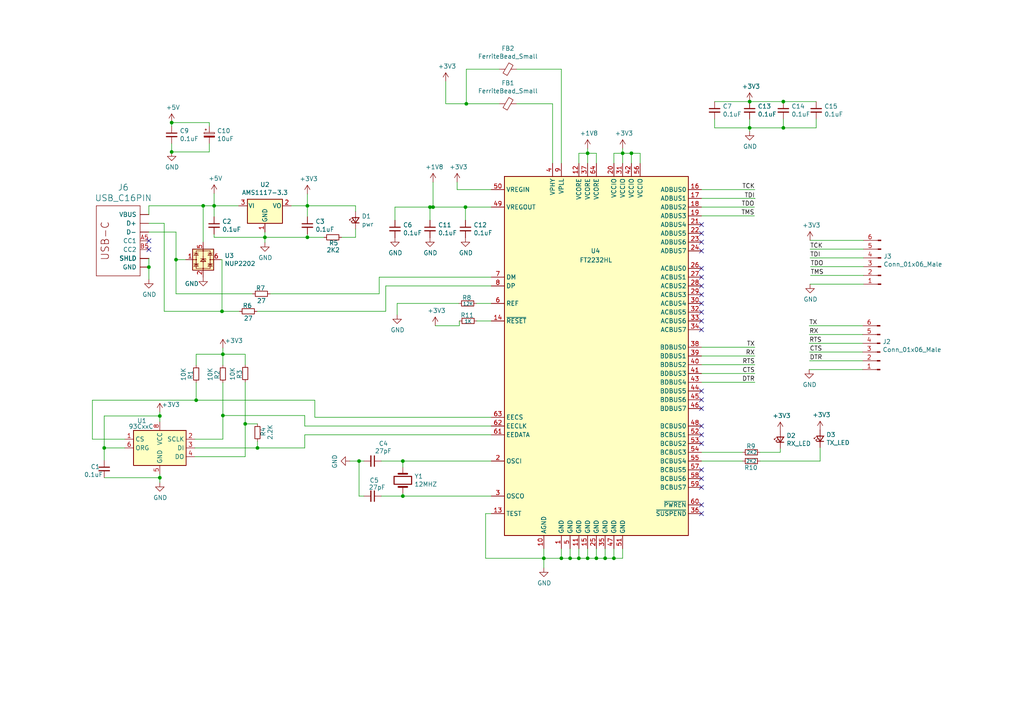
<source format=kicad_sch>
(kicad_sch (version 20211123) (generator eeschema)
  (paper "A4")
  (lib_symbols
    (symbol "Connector:Conn_01x06_Male" (pin_names (offset 1.016) hide)
      (property "Reference" "J" (at 0 7.62 0))
      (property "Value" "Conn_01x06_Male" (at 0 -10.16 0))
      (symbol "Conn_01x06_Male_1_1"
        (polyline (pts (xy 1.27 -7.62) (xy 0.8636 -7.62)) (stroke (width 0.1524)))
        (polyline (pts (xy 1.27 -5.08) (xy 0.8636 -5.08)) (stroke (width 0.1524)))
        (polyline (pts (xy 1.27 -2.54) (xy 0.8636 -2.54)) (stroke (width 0.1524)))
        (polyline (pts (xy 1.27 0) (xy 0.8636 0)) (stroke (width 0.1524)))
        (polyline (pts (xy 1.27 2.54) (xy 0.8636 2.54)) (stroke (width 0.1524)))
        (polyline (pts (xy 1.27 5.08) (xy 0.8636 5.08)) (stroke (width 0.1524)))
        (rectangle (start 0.8636 -7.493) (end 0 -7.747) (stroke (width 0.1524)) (fill (type outline)))
        (rectangle (start 0.8636 -4.953) (end 0 -5.207) (stroke (width 0.1524)) (fill (type outline)))
        (rectangle (start 0.8636 -2.413) (end 0 -2.667) (stroke (width 0.1524)) (fill (type outline)))
        (rectangle (start 0.8636 0.127) (end 0 -0.127) (stroke (width 0.1524)) (fill (type outline)))
        (rectangle (start 0.8636 2.667) (end 0 2.413) (stroke (width 0.1524)) (fill (type outline)))
        (rectangle (start 0.8636 5.207) (end 0 4.953) (stroke (width 0.1524)) (fill (type outline)))
        (pin passive line (at 5.08 5.08 180) (length 3.81) (name "Pin_1") (number "1"))
        (pin passive line (at 5.08 2.54 180) (length 3.81) (name "Pin_2") (number "2"))
        (pin passive line (at 5.08 0 180) (length 3.81) (name "Pin_3") (number "3"))
        (pin passive line (at 5.08 -2.54 180) (length 3.81) (name "Pin_4") (number "4"))
        (pin passive line (at 5.08 -5.08 180) (length 3.81) (name "Pin_5") (number "5"))
        (pin passive line (at 5.08 -7.62 180) (length 3.81) (name "Pin_6") (number "6"))
      )
    )
    (symbol "Device:C_Polarized_Small" (pin_numbers hide) (pin_names (offset 0.254) hide)
      (property "Reference" "C" (at 0.254 1.778 0))
      (property "Value" "C_Polarized_Small" (at 0.254 -2.032 0))
      (symbol "C_Polarized_Small_0_1"
        (rectangle (start -1.524 -0.3048) (end 1.524 -0.6858) (fill (type outline)))
        (rectangle (start -1.524 0.6858) (end 1.524 0.3048))
        (polyline (pts (xy -1.27 1.524) (xy -0.762 1.524)))
        (polyline (pts (xy -1.016 1.27) (xy -1.016 1.778)))
      )
      (symbol "C_Polarized_Small_1_1"
        (pin passive line (at 0 2.54 270) (length 1.8542) (name "~") (number "1"))
        (pin passive line (at 0 -2.54 90) (length 1.8542) (name "~") (number "2"))
      )
    )
    (symbol "Device:C_Small" (pin_numbers hide) (pin_names (offset 0.254) hide)
      (property "Reference" "C" (at 0.254 1.778 0))
      (property "Value" "C_Small" (at 0.254 -2.032 0))
      (symbol "C_Small_0_1"
        (polyline (pts (xy -1.524 -0.508) (xy 1.524 -0.508)) (stroke (width 0.3302)))
        (polyline (pts (xy -1.524 0.508) (xy 1.524 0.508)) (stroke (width 0.3048)))
      )
      (symbol "C_Small_1_1"
        (pin passive line (at 0 2.54 270) (length 2.032) (name "~") (number "1"))
        (pin passive line (at 0 -2.54 90) (length 2.032) (name "~") (number "2"))
      )
    )
    (symbol "Device:Crystal" (pin_numbers hide) (pin_names (offset 1.016) hide)
      (property "Reference" "Y" (at 0 3.81 0))
      (property "Value" "Crystal" (at 0 -3.81 0))
      (symbol "Crystal_0_1"
        (rectangle (start -1.143 2.54) (end 1.143 -2.54) (stroke (width 0.3048)))
        (polyline (pts (xy -2.54 0) (xy -1.905 0)))
        (polyline (pts (xy -1.905 -1.27) (xy -1.905 1.27)) (stroke (width 0.508)))
        (polyline (pts (xy 1.905 -1.27) (xy 1.905 1.27)) (stroke (width 0.508)))
        (polyline (pts (xy 2.54 0) (xy 1.905 0)))
      )
      (symbol "Crystal_1_1"
        (pin passive line (at -3.81 0 0) (length 1.27) (name "1") (number "1"))
        (pin passive line (at 3.81 0 180) (length 1.27) (name "2") (number "2"))
      )
    )
    (symbol "Device:FerriteBead_Small" (pin_numbers hide) (pin_names (offset 0))
      (property "Reference" "FB" (at 1.905 1.27 0))
      (property "Value" "FerriteBead_Small" (at 1.905 -1.27 0))
      (symbol "FerriteBead_Small_0_1"
        (polyline (pts (xy 0 -1.27) (xy 0 -0.7874)))
        (polyline (pts (xy 0 0.889) (xy 0 1.2954)))
        (polyline (pts (xy -1.8288 0.2794) (xy -1.1176 1.4986) (xy 1.8288 -0.2032) (xy 1.1176 -1.4224) (xy -1.8288 0.2794)))
      )
      (symbol "FerriteBead_Small_1_1"
        (pin passive line (at 0 2.54 270) (length 1.27) (name "~") (number "1"))
        (pin passive line (at 0 -2.54 90) (length 1.27) (name "~") (number "2"))
      )
    )
    (symbol "Device:LED_Small" (pin_numbers hide) (pin_names (offset 0.254) hide)
      (property "Reference" "D" (at -1.27 3.175 0))
      (property "Value" "LED_Small" (at -4.445 -2.54 0))
      (symbol "LED_Small_0_1"
        (polyline (pts (xy -0.762 -1.016) (xy -0.762 1.016)) (stroke (width 0.254)))
        (polyline (pts (xy 1.016 0) (xy -0.762 0)))
        (polyline (pts (xy 0.762 -1.016) (xy -0.762 0) (xy 0.762 1.016) (xy 0.762 -1.016)) (stroke (width 0.254)))
        (polyline (pts (xy 0 0.762) (xy -0.508 1.27) (xy -0.254 1.27) (xy -0.508 1.27) (xy -0.508 1.016)))
        (polyline (pts (xy 0.508 1.27) (xy 0 1.778) (xy 0.254 1.778) (xy 0 1.778) (xy 0 1.524)))
      )
      (symbol "LED_Small_1_1"
        (pin passive line (at -2.54 0 0) (length 1.778) (name "K") (number "1"))
        (pin passive line (at 2.54 0 180) (length 1.778) (name "A") (number "2"))
      )
    )
    (symbol "Device:R_Small" (pin_numbers hide) (pin_names (offset 0.254) hide)
      (property "Reference" "R" (at 0.762 0.508 0))
      (property "Value" "R_Small" (at 0.762 -1.016 0))
      (symbol "R_Small_0_1"
        (rectangle (start -0.762 1.778) (end 0.762 -1.778) (stroke (width 0.2032)))
      )
      (symbol "R_Small_1_1"
        (pin passive line (at 0 2.54 270) (length 0.762) (name "~") (number "1"))
        (pin passive line (at 0 -2.54 90) (length 0.762) (name "~") (number "2"))
      )
    )
    (symbol "Interface_USB:FT2232HL"
      (property "Reference" "U" (at -26.67 53.34 0))
      (property "Value" "FT2232HL" (at 19.05 53.34 0))
      (symbol "FT2232HL_0_1"
        (rectangle (start -26.67 -52.07) (end 26.67 52.07) (stroke (width 0.254)) (fill (type background)))
      )
      (symbol "FT2232HL_1_1"
        (pin power_in line (at -10.16 -55.88 90) (length 3.81) (name "GND") (number "1"))
        (pin power_in line (at -15.24 -55.88 90) (length 3.81) (name "AGND") (number "10"))
        (pin power_in line (at -5.08 -55.88 90) (length 3.81) (name "GND") (number "11"))
        (pin power_in line (at -5.08 55.88 270) (length 3.81) (name "VCORE") (number "12"))
        (pin input line (at -30.48 -45.72 0) (length 3.81) (name "TEST") (number "13"))
        (pin input line (at -30.48 10.16 0) (length 3.81) (name "~{RESET}") (number "14"))
        (pin power_in line (at -2.54 -55.88 90) (length 3.81) (name "GND") (number "15"))
        (pin bidirectional line (at 30.48 48.26 180) (length 3.81) (name "ADBUS0") (number "16"))
        (pin bidirectional line (at 30.48 45.72 180) (length 3.81) (name "ADBUS1") (number "17"))
        (pin bidirectional line (at 30.48 43.18 180) (length 3.81) (name "ADBUS2") (number "18"))
        (pin bidirectional line (at 30.48 40.64 180) (length 3.81) (name "ADBUS3") (number "19"))
        (pin input line (at -30.48 -30.48 0) (length 3.81) (name "OSCI") (number "2"))
        (pin power_in line (at 5.08 55.88 270) (length 3.81) (name "VCCIO") (number "20"))
        (pin bidirectional line (at 30.48 38.1 180) (length 3.81) (name "ADBUS4") (number "21"))
        (pin bidirectional line (at 30.48 35.56 180) (length 3.81) (name "ADBUS5") (number "22"))
        (pin bidirectional line (at 30.48 33.02 180) (length 3.81) (name "ADBUS6") (number "23"))
        (pin bidirectional line (at 30.48 30.48 180) (length 3.81) (name "ADBUS7") (number "24"))
        (pin power_in line (at 0 -55.88 90) (length 3.81) (name "GND") (number "25"))
        (pin bidirectional line (at 30.48 25.4 180) (length 3.81) (name "ACBUS0") (number "26"))
        (pin bidirectional line (at 30.48 22.86 180) (length 3.81) (name "ACBUS1") (number "27"))
        (pin bidirectional line (at 30.48 20.32 180) (length 3.81) (name "ACBUS2") (number "28"))
        (pin bidirectional line (at 30.48 17.78 180) (length 3.81) (name "ACBUS3") (number "29"))
        (pin output line (at -30.48 -40.64 0) (length 3.81) (name "OSCO") (number "3"))
        (pin bidirectional line (at 30.48 15.24 180) (length 3.81) (name "ACBUS4") (number "30"))
        (pin power_in line (at 7.62 55.88 270) (length 3.81) (name "VCCIO") (number "31"))
        (pin bidirectional line (at 30.48 12.7 180) (length 3.81) (name "ACBUS5") (number "32"))
        (pin bidirectional line (at 30.48 10.16 180) (length 3.81) (name "ACBUS6") (number "33"))
        (pin bidirectional line (at 30.48 7.62 180) (length 3.81) (name "ACBUS7") (number "34"))
        (pin power_in line (at 2.54 -55.88 90) (length 3.81) (name "GND") (number "35"))
        (pin output line (at 30.48 -45.72 180) (length 3.81) (name "~{SUSPEND}") (number "36"))
        (pin power_in line (at -2.54 55.88 270) (length 3.81) (name "VCORE") (number "37"))
        (pin bidirectional line (at 30.48 2.54 180) (length 3.81) (name "BDBUS0") (number "38"))
        (pin bidirectional line (at 30.48 0 180) (length 3.81) (name "BDBUS1") (number "39"))
        (pin power_in line (at -12.7 55.88 270) (length 3.81) (name "VPHY") (number "4"))
        (pin bidirectional line (at 30.48 -2.54 180) (length 3.81) (name "BDBUS2") (number "40"))
        (pin bidirectional line (at 30.48 -5.08 180) (length 3.81) (name "BDBUS3") (number "41"))
        (pin power_in line (at 10.16 55.88 270) (length 3.81) (name "VCCIO") (number "42"))
        (pin bidirectional line (at 30.48 -7.62 180) (length 3.81) (name "BDBUS4") (number "43"))
        (pin bidirectional line (at 30.48 -10.16 180) (length 3.81) (name "BDBUS5") (number "44"))
        (pin bidirectional line (at 30.48 -12.7 180) (length 3.81) (name "BDBUS6") (number "45"))
        (pin bidirectional line (at 30.48 -15.24 180) (length 3.81) (name "BDBUS7") (number "46"))
        (pin power_in line (at 5.08 -55.88 90) (length 3.81) (name "GND") (number "47"))
        (pin bidirectional line (at 30.48 -20.32 180) (length 3.81) (name "BCBUS0") (number "48"))
        (pin power_out line (at -30.48 43.18 0) (length 3.81) (name "VREGOUT") (number "49"))
        (pin power_in line (at -7.62 -55.88 90) (length 3.81) (name "GND") (number "5"))
        (pin power_in line (at -30.48 48.26 0) (length 3.81) (name "VREGIN") (number "50"))
        (pin power_in line (at 7.62 -55.88 90) (length 3.81) (name "GND") (number "51"))
        (pin bidirectional line (at 30.48 -22.86 180) (length 3.81) (name "BCBUS1") (number "52"))
        (pin bidirectional line (at 30.48 -25.4 180) (length 3.81) (name "BCBUS2") (number "53"))
        (pin bidirectional line (at 30.48 -27.94 180) (length 3.81) (name "BCBUS3") (number "54"))
        (pin bidirectional line (at 30.48 -30.48 180) (length 3.81) (name "BCBUS4") (number "55"))
        (pin power_in line (at 12.7 55.88 270) (length 3.81) (name "VCCIO") (number "56"))
        (pin bidirectional line (at 30.48 -33.02 180) (length 3.81) (name "BCBUS5") (number "57"))
        (pin bidirectional line (at 30.48 -35.56 180) (length 3.81) (name "BCBUS6") (number "58"))
        (pin bidirectional line (at 30.48 -38.1 180) (length 3.81) (name "BCBUS7") (number "59"))
        (pin output line (at -30.48 15.24 0) (length 3.81) (name "REF") (number "6"))
        (pin output line (at 30.48 -43.18 180) (length 3.81) (name "~{PWREN}") (number "60"))
        (pin bidirectional line (at -30.48 -22.86 0) (length 3.81) (name "EEDATA") (number "61"))
        (pin output line (at -30.48 -20.32 0) (length 3.81) (name "EECLK") (number "62"))
        (pin output line (at -30.48 -17.78 0) (length 3.81) (name "EECS") (number "63"))
        (pin power_in line (at 0 55.88 270) (length 3.81) (name "VCORE") (number "64"))
        (pin bidirectional line (at -30.48 22.86 0) (length 3.81) (name "DM") (number "7"))
        (pin bidirectional line (at -30.48 20.32 0) (length 3.81) (name "DP") (number "8"))
        (pin input line (at -10.16 55.88 270) (length 3.81) (name "VPLL") (number "9"))
      )
    )
    (symbol "JTAG_HW-rescue:+3.3V-power" (power) (pin_names (offset 0))
      (property "Value" "+3.3V-power" (at 0 3.556 0))
      (symbol "+3.3V-power_0_1"
        (polyline (pts (xy -0.762 1.27) (xy 0 2.54)))
        (polyline (pts (xy 0 0) (xy 0 2.54)))
        (polyline (pts (xy 0 2.54) (xy 0.762 1.27)))
      )
      (symbol "+3.3V-power_1_1"
        (pin power_in line (at 0 0 90) (length 0) hide (name "+3V3") (number "1"))
      )
    )
    (symbol "Memory_EEPROM:93CxxC"
      (property "Reference" "U" (at -7.62 6.35 0))
      (property "Value" "93CxxC" (at 2.54 -6.35 0))
      (symbol "93CxxC_1_1"
        (rectangle (start -7.62 5.08) (end 7.62 -5.08) (stroke (width 0.254)) (fill (type background)))
        (pin input line (at -10.16 2.54 0) (length 2.54) (name "CS") (number "1"))
        (pin input line (at 10.16 2.54 180) (length 2.54) (name "SCLK") (number "2"))
        (pin input line (at 10.16 0 180) (length 2.54) (name "DI") (number "3"))
        (pin tri_state line (at 10.16 -2.54 180) (length 2.54) (name "DO") (number "4"))
        (pin power_in line (at 0 -7.62 90) (length 2.54) (name "GND") (number "5"))
        (pin input line (at -10.16 0 0) (length 2.54) (name "ORG") (number "6"))
        (pin no_connect line (at -7.62 -2.54 0) (length 2.54) hide (name "NC") (number "7"))
        (pin power_in line (at 0 7.62 270) (length 2.54) (name "VCC") (number "8"))
      )
    )
    (symbol "Power_Protection:NUP2202"
      (property "Reference" "U" (at -5.334 -2.54 0))
      (property "Value" "NUP2202" (at 6.35 1.27 90))
      (symbol "NUP2202_0_1"
        (rectangle (start -3.048 3.048) (end 3.048 -3.048) (stroke (width 0.254)) (fill (type background)))
        (circle (center -2.032 0) (radius 0.127))
        (circle (center -2.032 0) (radius 0.127))
        (circle (center 0 -2.54) (radius 0.127))
        (polyline (pts (xy -2.667 -1.27) (xy -1.397 -1.27)))
        (polyline (pts (xy -2.667 -1.27) (xy -1.397 -1.27)))
        (polyline (pts (xy -2.667 1.905) (xy -1.397 1.905)))
        (polyline (pts (xy -2.54 0) (xy -2.032 0)))
        (polyline (pts (xy -2.032 -2.54) (xy -2.032 -0.635)))
        (polyline (pts (xy -2.032 -2.54) (xy -2.032 -0.635)))
        (polyline (pts (xy -2.032 0.635) (xy -2.032 -0.635)))
        (polyline (pts (xy -2.032 0.635) (xy -2.032 2.54)))
        (polyline (pts (xy -2.032 2.54) (xy 2.032 2.54)))
        (polyline (pts (xy -0.762 0.254) (xy 0.762 0.254)))
        (polyline (pts (xy 0 -0.889) (xy 0 -2.54)))
        (polyline (pts (xy 0 -0.889) (xy 0 1.016)))
        (polyline (pts (xy 0 -0.889) (xy 0 1.016)))
        (polyline (pts (xy 0 1.016) (xy 0 3.81)))
        (polyline (pts (xy 0.762 0) (xy 0.762 0.254)))
        (polyline (pts (xy 1.397 -1.27) (xy 2.667 -1.27)))
        (polyline (pts (xy 1.397 -1.27) (xy 2.667 -1.27)))
        (polyline (pts (xy 1.397 1.905) (xy 2.667 1.905)))
        (polyline (pts (xy 2.032 -2.54) (xy -2.032 -2.54)))
        (polyline (pts (xy 2.032 -2.54) (xy 2.032 -0.635)))
        (polyline (pts (xy 2.032 -2.54) (xy 2.032 -0.635)))
        (polyline (pts (xy 2.032 0) (xy 2.54 0)))
        (polyline (pts (xy 2.032 0.635) (xy 2.032 -0.635)))
        (polyline (pts (xy 2.032 0.635) (xy 2.032 2.54)))
        (polyline (pts (xy -2.667 -1.905) (xy -1.397 -1.905) (xy -2.032 -1.27) (xy -2.667 -1.905)))
        (polyline (pts (xy -2.667 1.27) (xy -1.397 1.27) (xy -2.032 1.905) (xy -2.667 1.27)))
        (polyline (pts (xy -0.762 -0.508) (xy 0.762 -0.508) (xy 0 0.254) (xy -0.762 -0.508)))
        (polyline (pts (xy -0.762 -0.508) (xy 0.762 -0.508) (xy 0 0.254) (xy -0.762 -0.508)))
        (polyline (pts (xy 1.397 -1.905) (xy 2.667 -1.905) (xy 2.032 -1.27) (xy 1.397 -1.905)))
        (polyline (pts (xy 1.397 1.27) (xy 2.667 1.27) (xy 2.032 1.905) (xy 1.397 1.27)))
        (circle (center 0 2.54) (radius 0.127))
        (circle (center 2.032 0) (radius 0.127))
        (circle (center 2.032 0) (radius 0.127))
      )
      (symbol "NUP2202_1_1"
        (pin passive line (at -5.08 0 0) (length 2.54) (name "~") (number "1"))
        (pin passive line (at 0 -5.08 90) (length 2.54) (name "~") (number "2"))
        (pin no_connect line (at 0 -2.54 90) (length 2.54) hide (name "~") (number "3"))
        (pin no_connect line (at 0 2.54 270) (length 2.54) hide (name "~") (number "4"))
        (pin passive line (at 0 5.08 270) (length 2.54) (name "~") (number "5"))
        (pin passive line (at 5.08 0 180) (length 2.54) (name "~") (number "6"))
      )
    )
    (symbol "Regulator_Linear:AMS1117-3.3" (pin_names (offset 0.254))
      (property "Reference" "U" (at -3.81 3.175 0))
      (property "Value" "AMS1117-3.3" (at 0 3.175 0))
      (symbol "AMS1117-3.3_0_1"
        (rectangle (start -5.08 -5.08) (end 5.08 1.905) (stroke (width 0.254)) (fill (type background)))
      )
      (symbol "AMS1117-3.3_1_1"
        (pin power_in line (at 0 -7.62 90) (length 2.54) (name "GND") (number "1"))
        (pin power_out line (at 7.62 0 180) (length 2.54) (name "VO") (number "2"))
        (pin power_in line (at -7.62 0 0) (length 2.54) (name "VI") (number "3"))
      )
    )
    (symbol "power:+1V8" (power) (pin_names (offset 0))
      (property "Value" "+1V8" (at 0 3.556 0))
      (symbol "+1V8_0_1"
        (polyline (pts (xy -0.762 1.27) (xy 0 2.54)))
        (polyline (pts (xy 0 0) (xy 0 2.54)))
        (polyline (pts (xy 0 2.54) (xy 0.762 1.27)))
      )
      (symbol "+1V8_1_1"
        (pin power_in line (at 0 0 90) (length 0) hide (name "+1V8") (number "1"))
      )
    )
    (symbol "power:+5V" (power) (pin_names (offset 0))
      (property "Value" "+5V" (at 0 3.556 0))
      (symbol "+5V_0_1"
        (polyline (pts (xy -0.762 1.27) (xy 0 2.54)))
        (polyline (pts (xy 0 0) (xy 0 2.54)))
        (polyline (pts (xy 0 2.54) (xy 0.762 1.27)))
      )
      (symbol "+5V_1_1"
        (pin power_in line (at 0 0 90) (length 0) hide (name "+5V") (number "1"))
      )
    )
    (symbol "power:GND" (power) (pin_names (offset 0))
      (property "Value" "GND" (at 0 -3.81 0))
      (symbol "GND_0_1"
        (polyline (pts (xy 0 0) (xy 0 -1.27) (xy 1.27 -1.27) (xy 0 -2.54) (xy -1.27 -1.27) (xy 0 -1.27)))
      )
      (symbol "GND_1_1"
        (pin power_in line (at 0 0 270) (length 0) hide (name "GND") (number "1"))
      )
    )
    (symbol "usb_c16pin:USB_C16PIN" (pin_names (offset 1.016))
      (property "Reference" "J" (at -2.54 10.414 0))
      (property "Value" "USB_C16PIN" (at -2.54 -12.446 0))
      (symbol "USB_C16PIN_1_0"
        (polyline (pts (xy -2.54 -10.16) (xy -2.54 10.16)))
        (polyline (pts (xy -2.54 -10.16) (xy 10.16 -10.16)))
        (polyline (pts (xy 10.16 -10.16) (xy 10.16 10.16)))
        (polyline (pts (xy 10.16 10.16) (xy -2.54 10.16)))
        (text "USB-C" (at 0 0 900) (effects (font (size 2.159 2.159))))
        (pin unspecified line (at 12.7 0 180) (length 2.54) (name "CC1") (number "A5"))
        (pin unspecified line (at 12.7 5.08 180) (length 2.54) (name "D+") (number "A6"))
        (pin unspecified line (at 12.7 2.54 180) (length 2.54) (name "D-") (number "A7"))
        (pin unspecified line (at 12.7 -2.54 180) (length 2.54) (name "CC2") (number "B5"))
        (pin unspecified line (at 12.7 5.08 180) (length 2.54) (name "D+") (number "B6"))
        (pin unspecified line (at 12.7 2.54 180) (length 2.54) (name "D-") (number "B7"))
        (pin unspecified line (at 12.7 -7.62 180) (length 2.54) (name "GND") (number "GND"))
        (pin unspecified line (at 12.7 -7.62 180) (length 2.54) (name "GND") (number "GND2"))
        (pin unspecified line (at 12.7 -5.08 180) (length 2.54) (name "SHLD") (number "SHLD1"))
        (pin unspecified line (at 12.7 -5.08 180) (length 2.54) (name "SHLD") (number "SHLD2"))
        (pin unspecified line (at 12.7 -5.08 180) (length 2.54) (name "SHLD") (number "SHLD3"))
        (pin unspecified line (at 12.7 -5.08 180) (length 2.54) (name "SHLD") (number "SHLD4"))
        (pin unspecified line (at 12.7 -5.08 180) (length 2.54) (name "SHLD") (number "SHLD5"))
        (pin unspecified line (at 12.7 -5.08 180) (length 2.54) (name "SHLD") (number "SHLD6"))
        (pin unspecified line (at 12.7 -5.08 180) (length 2.54) (name "SHLD") (number "SHLD7"))
        (pin unspecified line (at 12.7 -5.08 180) (length 2.54) (name "SHLD") (number "SHLD8"))
        (pin unspecified line (at 12.7 7.62 180) (length 2.54) (name "VBUS") (number "VBUS1"))
        (pin unspecified line (at 12.7 7.62 180) (length 2.54) (name "VBUS") (number "VBUS2"))
      )
    )
  )
  (junction (at 56.896 116.078))
  (junction (at 49.784 35.56))
  (junction (at 89.154 59.69))
  (junction (at 62.103 59.69))
  (junction (at 135.255 30.099))
  (junction (at 43.18 77.47))
  (junction (at 175.514 161.925))
  (junction (at 46.355 138.557))
  (junction (at 170.434 161.925))
  (junction (at 71.12 122.936))
  (junction (at 167.894 161.925))
  (junction (at 49.784 44.069))
  (junction (at 64.643 120.523))
  (junction (at 89.154 68.834))
  (junction (at 180.594 44.45))
  (junction (at 64.389 90.297))
  (junction (at 64.643 102.743))
  (junction (at 217.424 29.464))
  (junction (at 125.603 60.071))
  (junction (at 30.226 129.921))
  (junction (at 183.134 44.45))
  (junction (at 178.054 161.925))
  (junction (at 227.203 37.084))
  (junction (at 104.14 133.731))
  (junction (at 46.355 120.65))
  (junction (at 135.001 60.071))
  (junction (at 116.84 143.891))
  (junction (at 217.424 37.084))
  (junction (at 124.714 60.071))
  (junction (at 172.974 161.925))
  (junction (at 51.054 75.311))
  (junction (at 76.835 68.834))
  (junction (at 162.814 161.925))
  (junction (at 116.84 133.731))
  (junction (at 227.203 29.464))
  (junction (at 58.928 59.69))
  (junction (at 157.734 161.925))
  (junction (at 170.434 44.45))
  (junction (at 165.354 161.925))
  (junction (at 74.676 129.921))
  (no_connect (at 43.18 72.39))
  (no_connect (at 203.454 72.771))
  (no_connect (at 203.454 90.551))
  (no_connect (at 203.454 93.091))
  (no_connect (at 203.454 115.951))
  (no_connect (at 203.454 88.011))
  (no_connect (at 203.454 95.631))
  (no_connect (at 203.454 141.351))
  (no_connect (at 203.454 65.151))
  (no_connect (at 203.454 128.651))
  (no_connect (at 203.454 118.491))
  (no_connect (at 203.454 113.411))
  (no_connect (at 203.454 126.111))
  (no_connect (at 203.454 77.851))
  (no_connect (at 203.454 85.471))
  (no_connect (at 203.454 146.431))
  (no_connect (at 203.454 80.391))
  (no_connect (at 43.18 69.85))
  (no_connect (at 203.454 136.271))
  (no_connect (at 203.454 138.811))
  (no_connect (at 203.454 67.691))
  (no_connect (at 203.454 148.971))
  (no_connect (at 203.454 123.571))
  (no_connect (at 203.454 70.231))
  (no_connect (at 203.454 82.931))
  (wire (pts (xy 74.549 90.297) (xy 111.887 90.297)))
  (wire (pts (xy 178.054 47.371) (xy 178.054 44.45)))
  (wire (pts (xy 235.077 77.343) (xy 250.444 77.343)))
  (wire (pts (xy 183.134 44.45) (xy 180.594 44.45)))
  (wire (pts (xy 157.734 159.131) (xy 157.734 161.925)))
  (wire (pts (xy 234.95 82.423) (xy 250.444 82.423)))
  (wire (pts (xy 234.95 72.263) (xy 250.444 72.263)))
  (wire (pts (xy 165.354 161.925) (xy 167.894 161.925)))
  (wire (pts (xy 47.625 64.77) (xy 47.625 90.297)))
  (wire (pts (xy 140.843 161.925) (xy 157.734 161.925)))
  (wire (pts (xy 133.096 88.011) (xy 115.189 88.011)))
  (wire (pts (xy 103.124 61.341) (xy 103.124 59.69)))
  (wire (pts (xy 115.189 88.011) (xy 115.189 91.313)))
  (wire (pts (xy 203.454 103.251) (xy 218.948 103.251)))
  (wire (pts (xy 124.714 63.881) (xy 124.714 60.071)))
  (wire (pts (xy 116.84 133.731) (xy 142.494 133.731)))
  (wire (pts (xy 64.389 90.297) (xy 69.469 90.297)))
  (wire (pts (xy 56.515 129.921) (xy 74.676 129.921)))
  (wire (pts (xy 51.054 85.217) (xy 73.279 85.217)))
  (wire (pts (xy 135.255 30.099) (xy 129.286 30.099)))
  (wire (pts (xy 71.12 122.936) (xy 71.12 132.461)))
  (wire (pts (xy 111.887 82.931) (xy 111.887 90.297)))
  (wire (pts (xy 91.313 121.031) (xy 91.313 116.078)))
  (wire (pts (xy 43.18 62.23) (xy 43.18 59.69)))
  (wire (pts (xy 162.814 161.925) (xy 165.354 161.925)))
  (wire (pts (xy 234.696 99.568) (xy 250.19 99.568)))
  (wire (pts (xy 116.84 143.129) (xy 116.84 143.891)))
  (wire (pts (xy 49.784 35.56) (xy 60.706 35.56)))
  (wire (pts (xy 236.728 37.084) (xy 236.728 34.544)))
  (wire (pts (xy 89.154 59.69) (xy 103.124 59.69)))
  (wire (pts (xy 76.835 68.834) (xy 76.835 70.358)))
  (wire (pts (xy 220.472 133.731) (xy 237.871 133.731)))
  (wire (pts (xy 142.494 121.031) (xy 91.313 121.031)))
  (wire (pts (xy 167.894 159.131) (xy 167.894 161.925)))
  (wire (pts (xy 142.494 126.111) (xy 88.392 126.111)))
  (wire (pts (xy 36.195 129.921) (xy 30.226 129.921)))
  (wire (pts (xy 162.814 47.371) (xy 162.814 20.066)))
  (wire (pts (xy 103.124 68.834) (xy 103.124 66.421)))
  (wire (pts (xy 183.134 47.371) (xy 183.134 44.45)))
  (wire (pts (xy 142.494 123.571) (xy 88.392 123.571)))
  (wire (pts (xy 140.843 148.971) (xy 140.843 161.925)))
  (wire (pts (xy 170.434 44.45) (xy 167.894 44.45)))
  (wire (pts (xy 89.154 59.69) (xy 89.154 56.261)))
  (wire (pts (xy 43.18 67.31) (xy 51.054 67.31)))
  (wire (pts (xy 89.154 67.945) (xy 89.154 68.834)))
  (wire (pts (xy 227.203 37.084) (xy 236.728 37.084)))
  (wire (pts (xy 74.676 129.921) (xy 74.676 128.016)))
  (wire (pts (xy 237.871 133.731) (xy 237.871 129.794)))
  (wire (pts (xy 26.797 116.078) (xy 26.797 127.381)))
  (wire (pts (xy 49.784 44.069) (xy 49.784 41.656)))
  (wire (pts (xy 203.454 62.611) (xy 218.821 62.611)))
  (wire (pts (xy 165.354 159.131) (xy 165.354 161.925)))
  (wire (pts (xy 138.176 88.011) (xy 142.494 88.011)))
  (wire (pts (xy 142.494 82.931) (xy 111.887 82.931)))
  (wire (pts (xy 234.696 107.188) (xy 250.19 107.188)))
  (wire (pts (xy 125.603 60.071) (xy 135.001 60.071)))
  (wire (pts (xy 71.12 102.743) (xy 71.12 105.791)))
  (wire (pts (xy 43.18 77.47) (xy 43.18 81.026)))
  (wire (pts (xy 64.643 120.523) (xy 64.643 127.381)))
  (wire (pts (xy 129.286 30.099) (xy 129.286 23.622)))
  (wire (pts (xy 203.454 108.331) (xy 218.948 108.331)))
  (wire (pts (xy 64.643 102.743) (xy 64.643 105.918)))
  (wire (pts (xy 51.054 75.311) (xy 51.054 85.217)))
  (wire (pts (xy 142.494 54.991) (xy 132.588 54.991)))
  (wire (pts (xy 226.314 131.191) (xy 226.314 130.048)))
  (wire (pts (xy 203.454 54.991) (xy 218.948 54.991)))
  (wire (pts (xy 74.676 122.936) (xy 71.12 122.936)))
  (wire (pts (xy 30.226 138.557) (xy 46.355 138.557)))
  (wire (pts (xy 89.154 68.834) (xy 76.835 68.834)))
  (wire (pts (xy 170.434 44.45) (xy 170.434 47.371)))
  (wire (pts (xy 172.974 161.925) (xy 175.514 161.925)))
  (wire (pts (xy 60.706 41.656) (xy 60.706 44.069)))
  (wire (pts (xy 203.454 57.531) (xy 218.948 57.531)))
  (wire (pts (xy 64.643 102.743) (xy 71.12 102.743)))
  (wire (pts (xy 124.714 60.071) (xy 125.603 60.071)))
  (wire (pts (xy 60.706 44.069) (xy 49.784 44.069)))
  (wire (pts (xy 62.103 62.865) (xy 62.103 59.69)))
  (wire (pts (xy 126.238 94.488) (xy 133.223 94.488)))
  (wire (pts (xy 220.472 131.191) (xy 226.314 131.191)))
  (wire (pts (xy 203.454 105.791) (xy 218.948 105.791)))
  (wire (pts (xy 167.894 161.925) (xy 170.434 161.925)))
  (wire (pts (xy 64.643 127.381) (xy 56.515 127.381)))
  (wire (pts (xy 217.424 37.084) (xy 227.203 37.084)))
  (wire (pts (xy 58.928 59.69) (xy 62.103 59.69)))
  (wire (pts (xy 217.424 38.1) (xy 217.424 37.084)))
  (wire (pts (xy 203.454 100.711) (xy 218.948 100.711)))
  (wire (pts (xy 62.103 68.834) (xy 76.835 68.834)))
  (wire (pts (xy 43.18 74.93) (xy 43.18 77.47)))
  (wire (pts (xy 234.696 94.488) (xy 250.19 94.488)))
  (wire (pts (xy 135.255 20.066) (xy 135.255 30.099)))
  (wire (pts (xy 185.674 44.45) (xy 183.134 44.45)))
  (wire (pts (xy 125.603 60.071) (xy 125.603 52.832)))
  (wire (pts (xy 30.226 120.65) (xy 46.355 120.65)))
  (wire (pts (xy 207.264 37.084) (xy 217.424 37.084)))
  (wire (pts (xy 46.355 119.507) (xy 46.355 120.65)))
  (wire (pts (xy 89.154 68.834) (xy 93.98 68.834)))
  (wire (pts (xy 175.514 161.925) (xy 178.054 161.925)))
  (wire (pts (xy 227.203 34.544) (xy 227.203 37.084)))
  (wire (pts (xy 56.896 116.078) (xy 26.797 116.078)))
  (wire (pts (xy 172.974 47.371) (xy 172.974 44.45)))
  (wire (pts (xy 207.264 29.464) (xy 217.424 29.464)))
  (wire (pts (xy 234.823 102.108) (xy 250.19 102.108)))
  (wire (pts (xy 138.303 93.091) (xy 142.494 93.091)))
  (wire (pts (xy 56.896 116.078) (xy 91.313 116.078)))
  (wire (pts (xy 207.264 34.544) (xy 207.264 37.084)))
  (wire (pts (xy 133.223 93.091) (xy 133.223 94.488)))
  (wire (pts (xy 104.14 133.731) (xy 104.14 143.891)))
  (wire (pts (xy 116.84 143.891) (xy 142.494 143.891)))
  (wire (pts (xy 56.515 132.461) (xy 71.12 132.461)))
  (wire (pts (xy 144.78 20.066) (xy 135.255 20.066)))
  (wire (pts (xy 62.103 59.69) (xy 69.215 59.69)))
  (wire (pts (xy 162.814 20.066) (xy 149.86 20.066)))
  (wire (pts (xy 234.95 74.803) (xy 250.444 74.803)))
  (wire (pts (xy 170.434 161.925) (xy 172.974 161.925)))
  (wire (pts (xy 234.823 104.648) (xy 250.19 104.648)))
  (wire (pts (xy 203.454 131.191) (xy 215.392 131.191)))
  (wire (pts (xy 110.617 143.891) (xy 116.84 143.891)))
  (wire (pts (xy 88.392 120.523) (xy 64.643 120.523)))
  (wire (pts (xy 162.814 159.131) (xy 162.814 161.925)))
  (wire (pts (xy 160.274 30.099) (xy 149.86 30.099)))
  (wire (pts (xy 109.982 80.391) (xy 109.982 85.217)))
  (wire (pts (xy 26.797 127.381) (xy 36.195 127.381)))
  (wire (pts (xy 170.434 159.131) (xy 170.434 161.925)))
  (wire (pts (xy 162.814 161.925) (xy 157.734 161.925)))
  (wire (pts (xy 46.355 120.65) (xy 46.355 122.301)))
  (wire (pts (xy 51.054 67.31) (xy 51.054 75.311)))
  (wire (pts (xy 56.896 110.998) (xy 56.896 116.078)))
  (wire (pts (xy 89.154 59.69) (xy 89.154 62.865)))
  (wire (pts (xy 104.14 133.731) (xy 101.473 133.731)))
  (wire (pts (xy 114.554 60.071) (xy 124.714 60.071)))
  (wire (pts (xy 64.389 75.311) (xy 64.389 90.297)))
  (wire (pts (xy 203.454 60.071) (xy 218.821 60.071)))
  (wire (pts (xy 178.054 44.45) (xy 180.594 44.45)))
  (wire (pts (xy 234.95 69.723) (xy 250.444 69.723)))
  (wire (pts (xy 160.274 47.371) (xy 160.274 30.099)))
  (wire (pts (xy 88.392 126.111) (xy 88.392 129.921)))
  (wire (pts (xy 30.226 129.921) (xy 30.226 133.477)))
  (wire (pts (xy 56.896 105.918) (xy 56.896 102.743)))
  (wire (pts (xy 218.948 57.531) (xy 218.948 57.658)))
  (wire (pts (xy 167.894 44.45) (xy 167.894 47.371)))
  (wire (pts (xy 157.734 161.925) (xy 157.734 164.719)))
  (wire (pts (xy 235.077 79.883) (xy 250.444 79.883)))
  (wire (pts (xy 89.154 59.69) (xy 84.455 59.69)))
  (wire (pts (xy 203.454 133.731) (xy 215.392 133.731)))
  (wire (pts (xy 71.12 110.871) (xy 71.12 122.936)))
  (wire (pts (xy 105.537 133.731) (xy 104.14 133.731)))
  (wire (pts (xy 172.974 159.131) (xy 172.974 161.925)))
  (wire (pts (xy 185.674 47.371) (xy 185.674 44.45)))
  (wire (pts (xy 46.355 137.541) (xy 46.355 138.557)))
  (wire (pts (xy 180.594 159.131) (xy 180.594 161.925)))
  (wire (pts (xy 47.625 90.297) (xy 64.389 90.297)))
  (wire (pts (xy 49.784 35.56) (xy 49.784 36.576)))
  (wire (pts (xy 53.848 75.311) (xy 51.054 75.311)))
  (wire (pts (xy 203.454 110.871) (xy 218.948 110.871)))
  (wire (pts (xy 178.054 159.131) (xy 178.054 161.925)))
  (wire (pts (xy 46.355 138.557) (xy 46.355 139.954)))
  (wire (pts (xy 105.537 143.891) (xy 104.14 143.891)))
  (wire (pts (xy 62.103 67.945) (xy 62.103 68.834)))
  (wire (pts (xy 142.494 148.971) (xy 140.843 148.971)))
  (wire (pts (xy 116.84 133.731) (xy 110.617 133.731)))
  (wire (pts (xy 114.554 63.881) (xy 114.554 60.071)))
  (wire (pts (xy 60.706 35.56) (xy 60.706 36.576)))
  (wire (pts (xy 132.588 54.991) (xy 132.588 52.832)))
  (wire (pts (xy 180.594 44.45) (xy 180.594 47.371)))
  (wire (pts (xy 116.84 135.509) (xy 116.84 133.731)))
  (wire (pts (xy 109.982 80.391) (xy 142.494 80.391)))
  (wire (pts (xy 62.103 59.69) (xy 62.103 56.134)))
  (wire (pts (xy 135.001 60.071) (xy 142.494 60.071)))
  (wire (pts (xy 64.008 75.311) (xy 64.389 75.311)))
  (wire (pts (xy 217.424 34.544) (xy 217.424 37.084)))
  (wire (pts (xy 170.434 43.053) (xy 170.434 44.45)))
  (wire (pts (xy 135.001 63.881) (xy 135.001 60.071)))
  (wire (pts (xy 234.696 97.028) (xy 250.19 97.028)))
  (wire (pts (xy 64.643 102.743) (xy 64.643 100.965)))
  (wire (pts (xy 217.424 29.464) (xy 227.203 29.464)))
  (wire (pts (xy 30.226 129.921) (xy 30.226 120.65)))
  (wire (pts (xy 56.896 102.743) (xy 64.643 102.743)))
  (wire (pts (xy 227.203 29.464) (xy 236.728 29.464)))
  (wire (pts (xy 175.514 159.131) (xy 175.514 161.925)))
  (wire (pts (xy 180.594 43.053) (xy 180.594 44.45)))
  (wire (pts (xy 172.974 44.45) (xy 170.434 44.45)))
  (wire (pts (xy 88.392 123.571) (xy 88.392 120.523)))
  (wire (pts (xy 47.625 64.77) (xy 43.18 64.77)))
  (wire (pts (xy 144.78 30.099) (xy 135.255 30.099)))
  (wire (pts (xy 74.676 129.921) (xy 88.392 129.921)))
  (wire (pts (xy 99.06 68.834) (xy 103.124 68.834)))
  (wire (pts (xy 58.928 70.231) (xy 58.928 59.69)))
  (wire (pts (xy 78.359 85.217) (xy 109.982 85.217)))
  (wire (pts (xy 76.835 67.31) (xy 76.835 68.834)))
  (wire (pts (xy 178.054 161.925) (xy 180.594 161.925)))
  (wire (pts (xy 64.643 110.998) (xy 64.643 120.523)))
  (wire (pts (xy 43.18 59.69) (xy 58.928 59.69)))
  (label "TX" (at 218.948 100.711 180))
  (label "TX" (at 234.696 94.488 0))
  (label "RTS" (at 234.696 99.568 0))
  (label "TCK" (at 218.948 54.991 180))
  (label "DTR" (at 218.948 110.871 180))
  (label "TCK" (at 234.95 72.263 0))
  (label "TMS" (at 218.821 62.611 180))
  (label "RTS" (at 218.948 105.791 180))
  (label "TDI" (at 234.95 74.803 0))
  (label "RX" (at 234.696 97.028 0))
  (label "RX" (at 218.948 103.251 180))
  (label "TDI" (at 218.948 57.658 180))
  (label "CTS" (at 218.948 108.331 180))
  (label "TDO" (at 235.077 77.343 0))
  (label "TMS" (at 235.077 79.883 0))
  (label "CTS" (at 234.823 102.108 0))
  (label "TDO" (at 218.821 60.071 180))
  (label "DTR" (at 234.823 104.648 0))
  (symbol (lib_id "Memory_EEPROM:93CxxC") (at 46.355 129.921 0) (unit 1)
    (property "Reference" "U1" (at 41.148 122.047 0))
    (property "Value" "93CxxC" (at 40.894 123.698 0))
    (property "Footprint" "Package_SO:SOIC-8_3.9x4.9mm_P1.27mm" (effects hide))
    (property "Datasheet" "http://ww1.microchip.com/downloads/en/DeviceDoc/20001749K.pdf" (effects hide))
  )
  (symbol (lib_id "Regulator_Linear:AMS1117-3.3") (at 76.835 59.69 0) (unit 1)
    (property "Reference" "U2" (at 76.835 53.5432 0))
    (property "Value" "AMS1117-3.3" (at 76.835 55.8546 0))
    (property "Footprint" "Package_TO_SOT_SMD:SOT-223-3_TabPin2" (effects hide))
    (property "Datasheet" "http://www.advanced-monolithic.com/pdf/ds1117.pdf" (effects hide))
  )
  (symbol (lib_id "Device:R_Small") (at 56.896 108.458 180) (unit 1)
    (property "Reference" "R1" (at 55.245 108.712 90))
    (property "Value" "10K" (at 53.213 108.585 90))
    (property "Footprint" "Resistor_SMD:R_0805_2012Metric_Pad1.20x1.40mm_HandSolder" (effects hide))
  )
  (symbol (lib_id "Device:R_Small") (at 64.643 108.458 180) (unit 1)
    (property "Reference" "R2" (at 62.992 108.712 90))
    (property "Value" "10K" (at 60.96 108.585 90))
    (property "Footprint" "Resistor_SMD:R_0805_2012Metric_Pad1.20x1.40mm_HandSolder" (effects hide))
  )
  (symbol (lib_id "Device:R_Small") (at 71.12 108.331 180) (unit 1)
    (property "Reference" "R3" (at 69.469 108.585 90))
    (property "Value" "10K" (at 67.437 108.458 90))
    (property "Footprint" "Resistor_SMD:R_0805_2012Metric_Pad1.20x1.40mm_HandSolder" (effects hide))
  )
  (symbol (lib_id "JTAG_HW-rescue:+3.3V-power") (at 64.643 100.965 0) (unit 1)
    (property "Reference" "#PWR0116" (effects hide))
    (property "Value" "+3.3V" (at 67.818 98.806 0))
  )
  (symbol (lib_id "JTAG_HW-rescue:+3.3V-power") (at 46.355 119.507 0) (unit 1)
    (property "Reference" "#PWR0117" (effects hide))
    (property "Value" "+3.3V" (at 49.53 117.348 0))
  )
  (symbol (lib_id "power:GND") (at 46.355 139.954 0) (unit 1)
    (property "Reference" "#PWR0118" (effects hide))
    (property "Value" "GND" (at 46.482 144.3482 0))
  )
  (symbol (lib_id "power:GND") (at 43.18 81.026 0) (unit 1)
    (property "Reference" "#PWR0103" (effects hide))
    (property "Value" "GND" (at 43.307 85.4202 0))
  )
  (symbol (lib_id "power:GND") (at 76.835 70.358 0) (unit 1)
    (property "Reference" "#PWR0104" (effects hide))
    (property "Value" "GND" (at 76.962 74.7522 0))
  )
  (symbol (lib_id "Device:C_Small") (at 62.103 65.405 0) (unit 1)
    (property "Reference" "C2" (at 64.4398 64.2366 0) (effects (justify left)))
    (property "Value" "0.1uF" (at 64.4398 66.548 0) (effects (justify left)))
    (property "Footprint" "Capacitor_SMD:C_0805_2012Metric_Pad1.18x1.45mm_HandSolder" (effects hide))
  )
  (symbol (lib_id "Device:C_Small") (at 89.154 65.405 0) (unit 1)
    (property "Reference" "C3" (at 91.4908 64.2366 0) (effects (justify left)))
    (property "Value" "0.1uF" (at 91.4908 66.548 0) (effects (justify left)))
    (property "Footprint" "Capacitor_SMD:C_0805_2012Metric_Pad1.18x1.45mm_HandSolder" (effects hide))
  )
  (symbol (lib_id "Device:C_Small") (at 30.226 136.017 0) (unit 1)
    (property "Reference" "C1" (at 26.289 135.382 0) (effects (justify left)))
    (property "Value" "0.1uF" (at 24.384 137.668 0) (effects (justify left)))
    (property "Footprint" "Capacitor_SMD:C_0805_2012Metric_Pad1.18x1.45mm_HandSolder" (effects hide))
  )
  (symbol (lib_id "Device:LED_Small") (at 103.124 63.881 90) (unit 1)
    (property "Reference" "D1" (at 104.902 62.7126 90) (effects (justify right)))
    (property "Value" "pwr" (at 104.902 65.024 90) (effects (justify right)))
    (property "Footprint" "LED_SMD:LED_0805_2012Metric_Pad1.15x1.40mm_HandSolder" (effects hide))
  )
  (symbol (lib_id "Device:R_Small") (at 96.52 68.834 270) (unit 1)
    (property "Reference" "R5" (at 96.774 70.485 90))
    (property "Value" "2K2" (at 96.647 72.517 90))
    (property "Footprint" "Resistor_SMD:R_0805_2012Metric_Pad1.20x1.40mm_HandSolder" (effects hide))
  )
  (symbol (lib_id "Device:R_Small") (at 74.676 125.476 0) (unit 1)
    (property "Reference" "R4" (at 76.327 125.222 90))
    (property "Value" "2.2K" (at 78.359 125.349 90))
    (property "Footprint" "Resistor_SMD:R_0805_2012Metric_Pad1.20x1.40mm_HandSolder" (effects hide))
  )
  (symbol (lib_id "JTAG_HW-rescue:+3.3V-power") (at 89.154 56.261 0) (unit 1)
    (property "Reference" "#PWR0105" (effects hide))
    (property "Value" "+3.3V" (at 89.535 51.8668 0))
  )
  (symbol (lib_id "usb_c16pin:USB_C16PIN") (at 30.48 69.85 0) (unit 1)
    (property "Reference" "J6" (at 35.7632 54.356 0) (effects (font (size 1.778 1.778))))
    (property "Value" "USB_C16PIN" (at 35.7632 57.4294 0) (effects (font (size 1.778 1.778))))
    (property "Footprint" "USB-C-COM-15111:USB-C-COM-15111" (effects hide))
  )
  (symbol (lib_id "Device:Crystal") (at 116.84 139.319 270) (unit 1)
    (property "Reference" "Y1" (at 120.1674 138.1506 90) (effects (justify left)))
    (property "Value" "12MHZ" (at 120.1674 140.462 90) (effects (justify left)))
    (property "Footprint" "Crystal:Crystal_SMD_0603-2Pin_6.0x3.5mm_HandSoldering" (effects hide))
  )
  (symbol (lib_id "Device:C_Small") (at 108.077 133.731 270) (unit 1)
    (property "Reference" "C4" (at 109.855 128.651 90) (effects (justify left)))
    (property "Value" "27pF" (at 108.712 130.81 90) (effects (justify left)))
    (property "Footprint" "Capacitor_SMD:C_0805_2012Metric_Pad1.18x1.45mm_HandSolder" (effects hide))
  )
  (symbol (lib_id "Device:C_Small") (at 108.077 143.891 270) (unit 1)
    (property "Reference" "C5" (at 107.188 139.319 90) (effects (justify left)))
    (property "Value" "27pF" (at 106.934 141.351 90) (effects (justify left)))
    (property "Footprint" "Capacitor_SMD:C_0805_2012Metric_Pad1.18x1.45mm_HandSolder" (effects hide))
  )
  (symbol (lib_id "power:GND") (at 101.473 133.731 270) (unit 1)
    (property "Reference" "#PWR0110" (effects hide))
    (property "Value" "GND" (at 97.0788 133.858 0))
  )
  (symbol (lib_id "Connector:Conn_01x06_Male") (at 255.524 77.343 180) (unit 1)
    (property "Reference" "J3" (at 256.2352 74.3458 0) (effects (justify right)))
    (property "Value" "Conn_01x06_Male" (at 256.2352 76.6572 0) (effects (justify right)))
    (property "Footprint" "JTAG_HW:PinHeader_1x06_P2.54mm_Vertical_SMD_Pin1long" (effects hide))
  )
  (symbol (lib_id "Connector:Conn_01x06_Male") (at 255.27 102.108 180) (unit 1)
    (property "Reference" "J2" (at 255.9812 99.1108 0) (effects (justify right)))
    (property "Value" "Conn_01x06_Male" (at 255.9812 101.4222 0) (effects (justify right)))
    (property "Footprint" "JTAG_HW:PinHeader_1x06_P2.54mm_Vertical_SMD_Pin1long" (effects hide))
  )
  (symbol (lib_id "JTAG_HW-rescue:+3.3V-power") (at 234.95 69.723 0) (unit 1)
    (property "Reference" "#PWR0119" (effects hide))
    (property "Value" "+3.3V" (at 235.331 65.3288 0))
  )
  (symbol (lib_id "power:GND") (at 234.95 82.423 0) (unit 1)
    (property "Reference" "#PWR0121" (effects hide))
    (property "Value" "GND" (at 235.077 86.8172 0))
  )
  (symbol (lib_id "power:GND") (at 234.696 107.188 0) (unit 1)
    (property "Reference" "#PWR0122" (effects hide))
    (property "Value" "GND" (at 234.823 111.5822 0))
  )
  (symbol (lib_id "Device:C_Polarized_Small") (at 60.706 39.116 0) (unit 1)
    (property "Reference" "C10" (at 62.9412 37.9476 0) (effects (justify left)))
    (property "Value" "10uF" (at 62.9412 40.259 0) (effects (justify left)))
    (property "Footprint" "Capacitor_Tantalum_SMD:CP_EIA-3216-18_Kemet-A_Pad1.58x1.35mm_HandSolder" (effects hide))
  )
  (symbol (lib_id "Device:FerriteBead_Small") (at 147.32 30.099 270) (unit 1)
    (property "Reference" "FB1" (at 147.32 24.0792 90))
    (property "Value" "FerriteBead_Small" (at 147.32 26.3906 90))
    (property "Footprint" "Inductor_SMD:L_0805_2012Metric_Pad1.15x1.40mm_HandSolder" (effects hide))
  )
  (symbol (lib_id "Interface_USB:FT2232HL") (at 172.974 103.251 0) (unit 1)
    (property "Reference" "U4" (at 172.72 72.771 0))
    (property "Value" "FT2232HL" (at 172.847 75.438 0))
    (property "Footprint" "Package_QFP:LQFP-64_10x10mm_P0.5mm" (effects hide))
    (property "Datasheet" "https://www.ftdichip.com/Support/Documents/DataSheets/ICs/DS_FT2232H.pdf" (effects hide))
  )
  (symbol (lib_id "Power_Protection:NUP2202") (at 58.928 75.311 0) (unit 1)
    (property "Reference" "U3" (at 65.1256 74.1426 0) (effects (justify left)))
    (property "Value" "NUP2202" (at 65.1256 76.454 0) (effects (justify left)))
    (property "Footprint" "Package_TO_SOT_SMD:SOT-363_SC-70-6" (effects hide))
    (property "Datasheet" "http://www.onsemi.ru.com/pub_link/Collateral/NUP2202W1-D.PDF" (effects hide))
  )
  (symbol (lib_id "power:GND") (at 58.928 80.391 0) (unit 1)
    (property "Reference" "#PWR01" (effects hide))
    (property "Value" "GND" (at 55.626 82.296 0))
  )
  (symbol (lib_id "power:GND") (at 157.734 164.719 0) (unit 1)
    (property "Reference" "#PWR04" (effects hide))
    (property "Value" "GND" (at 157.861 169.1132 0))
  )
  (symbol (lib_id "Device:C_Small") (at 207.264 32.004 0) (unit 1)
    (property "Reference" "C7" (at 209.6008 30.8356 0) (effects (justify left)))
    (property "Value" "0.1uF" (at 209.6008 33.147 0) (effects (justify left)))
    (property "Footprint" "Capacitor_SMD:C_0805_2012Metric_Pad1.18x1.45mm_HandSolder" (effects hide))
  )
  (symbol (lib_id "Device:R_Small") (at 135.763 93.091 90) (unit 1)
    (property "Reference" "R11" (at 135.509 91.44 90))
    (property "Value" "1K" (at 135.763 93.218 90) (effects (font (size 0.9906 0.9906))))
    (property "Footprint" "Resistor_SMD:R_0805_2012Metric_Pad1.20x1.40mm_HandSolder" (effects hide))
  )
  (symbol (lib_id "Device:R_Small") (at 135.636 88.011 90) (unit 1)
    (property "Reference" "R8" (at 135.382 86.36 90))
    (property "Value" "12K" (at 135.763 88.138 90) (effects (font (size 0.9906 0.9906))))
    (property "Footprint" "Resistor_SMD:R_0805_2012Metric_Pad1.20x1.40mm_HandSolder" (effects hide))
  )
  (symbol (lib_id "power:GND") (at 115.189 91.313 0) (unit 1)
    (property "Reference" "#PWR02" (effects hide))
    (property "Value" "GND" (at 115.316 95.7072 0))
  )
  (symbol (lib_id "JTAG_HW-rescue:+3.3V-power") (at 126.238 94.488 0) (unit 1)
    (property "Reference" "#PWR03" (effects hide))
    (property "Value" "+3.3V" (at 126.619 90.0938 0))
  )
  (symbol (lib_id "power:+5V") (at 62.103 56.134 0) (unit 1)
    (property "Reference" "#PWR0102" (effects hide))
    (property "Value" "+5V" (at 62.484 51.7398 0))
  )
  (symbol (lib_id "Device:R_Small") (at 72.009 90.297 90) (unit 1)
    (property "Reference" "R6" (at 71.755 88.646 90))
    (property "Value" "27" (at 72.009 92.329 90))
    (property "Footprint" "Resistor_SMD:R_0805_2012Metric_Pad1.20x1.40mm_HandSolder" (effects hide))
  )
  (symbol (lib_id "Device:R_Small") (at 75.819 85.217 90) (unit 1)
    (property "Reference" "R7" (at 75.565 83.566 90))
    (property "Value" "27" (at 75.819 87.249 90))
    (property "Footprint" "Resistor_SMD:R_0805_2012Metric_Pad1.20x1.40mm_HandSolder" (effects hide))
  )
  (symbol (lib_id "power:+1V8") (at 170.434 43.053 0) (unit 1)
    (property "Reference" "#PWR0101" (effects hide))
    (property "Value" "+1V8" (at 170.815 38.6588 0))
  )
  (symbol (lib_id "power:+1V8") (at 125.603 52.832 0) (unit 1)
    (property "Reference" "#PWR0106" (effects hide))
    (property "Value" "+1V8" (at 125.984 48.4378 0))
  )
  (symbol (lib_id "JTAG_HW-rescue:+3.3V-power") (at 132.588 52.832 0) (unit 1)
    (property "Reference" "#PWR0107" (effects hide))
    (property "Value" "+3.3V" (at 132.969 48.4378 0))
  )
  (symbol (lib_id "JTAG_HW-rescue:+3.3V-power") (at 180.594 43.053 0) (unit 1)
    (property "Reference" "#PWR0111" (effects hide))
    (property "Value" "+3.3V" (at 180.975 38.6588 0))
  )
  (symbol (lib_id "Device:FerriteBead_Small") (at 147.32 20.066 270) (unit 1)
    (property "Reference" "FB2" (at 147.32 14.0462 90))
    (property "Value" "FerriteBead_Small" (at 147.32 16.3576 90))
    (property "Footprint" "Inductor_SMD:L_0805_2012Metric_Pad1.15x1.40mm_HandSolder" (effects hide))
  )
  (symbol (lib_id "JTAG_HW-rescue:+3.3V-power") (at 129.286 23.622 0) (unit 1)
    (property "Reference" "#PWR05" (effects hide))
    (property "Value" "+3.3V" (at 129.667 19.2278 0))
  )
  (symbol (lib_id "Device:C_Small") (at 49.784 39.116 0) (unit 1)
    (property "Reference" "C9" (at 52.1208 37.9476 0) (effects (justify left)))
    (property "Value" "0.1uF" (at 52.1208 40.259 0) (effects (justify left)))
    (property "Footprint" "Capacitor_SMD:C_0805_2012Metric_Pad1.18x1.45mm_HandSolder" (effects hide))
  )
  (symbol (lib_id "Device:LED_Small") (at 226.314 127.508 90) (unit 1)
    (property "Reference" "D2" (at 228.092 126.3396 90) (effects (justify right)))
    (property "Value" "RX_LED" (at 228.092 128.651 90) (effects (justify right)))
    (property "Footprint" "LED_SMD:LED_0805_2012Metric_Pad1.15x1.40mm_HandSolder" (effects hide))
  )
  (symbol (lib_id "Device:R_Small") (at 217.932 131.191 270) (unit 1)
    (property "Reference" "R9" (at 217.805 129.413 90))
    (property "Value" "2K2" (at 218.059 131.191 90) (effects (font (size 0.9906 0.9906))))
    (property "Footprint" "Resistor_SMD:R_0805_2012Metric_Pad1.20x1.40mm_HandSolder" (effects hide))
  )
  (symbol (lib_id "Device:R_Small") (at 217.932 133.731 270) (unit 1)
    (property "Reference" "R10" (at 217.805 135.636 90))
    (property "Value" "2K2" (at 217.932 133.731 90) (effects (font (size 0.9906 0.9906))))
    (property "Footprint" "Resistor_SMD:R_0805_2012Metric_Pad1.20x1.40mm_HandSolder" (effects hide))
  )
  (symbol (lib_id "power:+5V") (at 49.784 35.56 0) (unit 1)
    (property "Reference" "#PWR0108" (effects hide))
    (property "Value" "+5V" (at 50.165 31.1658 0))
  )
  (symbol (lib_id "power:GND") (at 49.784 44.069 0) (unit 1)
    (property "Reference" "#PWR0109" (effects hide))
    (property "Value" "GND" (at 49.911 48.4632 0))
  )
  (symbol (lib_id "Device:LED_Small") (at 237.871 127.254 90) (unit 1)
    (property "Reference" "D3" (at 239.649 126.0856 90) (effects (justify right)))
    (property "Value" "TX_LED" (at 239.649 128.397 90) (effects (justify right)))
    (property "Footprint" "LED_SMD:LED_0805_2012Metric_Pad1.15x1.40mm_HandSolder" (effects hide))
  )
  (symbol (lib_id "JTAG_HW-rescue:+3.3V-power") (at 226.314 124.968 0) (unit 1)
    (property "Reference" "#PWR06" (effects hide))
    (property "Value" "+3.3V" (at 226.695 120.5738 0))
  )
  (symbol (lib_id "JTAG_HW-rescue:+3.3V-power") (at 237.871 124.714 0) (unit 1)
    (property "Reference" "#PWR07" (effects hide))
    (property "Value" "+3.3V" (at 238.252 120.3198 0))
  )
  (symbol (lib_id "Device:C_Small") (at 217.424 32.004 0) (unit 1)
    (property "Reference" "C13" (at 219.7608 30.8356 0) (effects (justify left)))
    (property "Value" "0.1uF" (at 219.7608 33.147 0) (effects (justify left)))
    (property "Footprint" "Capacitor_SMD:C_0805_2012Metric_Pad1.18x1.45mm_HandSolder" (effects hide))
  )
  (symbol (lib_id "Device:C_Small") (at 227.203 32.004 0) (unit 1)
    (property "Reference" "C14" (at 229.5398 30.8356 0) (effects (justify left)))
    (property "Value" "0.1uF" (at 229.5398 33.147 0) (effects (justify left)))
    (property "Footprint" "Capacitor_SMD:C_0805_2012Metric_Pad1.18x1.45mm_HandSolder" (effects hide))
  )
  (symbol (lib_id "Device:C_Small") (at 236.728 32.004 0) (unit 1)
    (property "Reference" "C15" (at 239.0648 30.8356 0) (effects (justify left)))
    (property "Value" "0.1uF" (at 239.0648 33.147 0) (effects (justify left)))
    (property "Footprint" "Capacitor_SMD:C_0805_2012Metric_Pad1.18x1.45mm_HandSolder" (effects hide))
  )
  (symbol (lib_id "Device:C_Small") (at 114.554 66.421 0) (unit 1)
    (property "Reference" "C6" (at 116.8908 65.2526 0) (effects (justify left)))
    (property "Value" "0.1uF" (at 116.8908 67.564 0) (effects (justify left)))
    (property "Footprint" "Capacitor_SMD:C_0805_2012Metric_Pad1.18x1.45mm_HandSolder" (effects hide))
  )
  (symbol (lib_id "Device:C_Small") (at 124.714 66.421 0) (unit 1)
    (property "Reference" "C11" (at 127.0508 65.2526 0) (effects (justify left)))
    (property "Value" "0.1uF" (at 127.0508 67.564 0) (effects (justify left)))
    (property "Footprint" "Capacitor_SMD:C_0805_2012Metric_Pad1.18x1.45mm_HandSolder" (effects hide))
  )
  (symbol (lib_id "Device:C_Small") (at 135.001 66.421 0) (unit 1)
    (property "Reference" "C12" (at 137.3378 65.2526 0) (effects (justify left)))
    (property "Value" "0.1uF" (at 137.3378 67.564 0) (effects (justify left)))
    (property "Footprint" "Capacitor_SMD:C_0805_2012Metric_Pad1.18x1.45mm_HandSolder" (effects hide))
  )
  (symbol (lib_id "power:GND") (at 114.554 68.961 0) (unit 1)
    (property "Reference" "#PWR08" (effects hide))
    (property "Value" "GND" (at 114.681 73.3552 0))
  )
  (symbol (lib_id "power:GND") (at 124.714 68.961 0) (unit 1)
    (property "Reference" "#PWR09" (effects hide))
    (property "Value" "GND" (at 124.841 73.3552 0))
  )
  (symbol (lib_id "power:GND") (at 135.001 68.961 0) (unit 1)
    (property "Reference" "#PWR010" (effects hide))
    (property "Value" "GND" (at 135.128 73.3552 0))
  )
  (symbol (lib_id "JTAG_HW-rescue:+3.3V-power") (at 217.424 29.464 0) (unit 1)
    (property "Reference" "#PWR011" (effects hide))
    (property "Value" "+3.3V" (at 217.805 25.0698 0))
  )
  (symbol (lib_id "power:GND") (at 217.424 38.1 0) (unit 1)
    (property "Reference" "#PWR012" (effects hide))
    (property "Value" "GND" (at 217.551 42.4942 0))
  )
)
</source>
